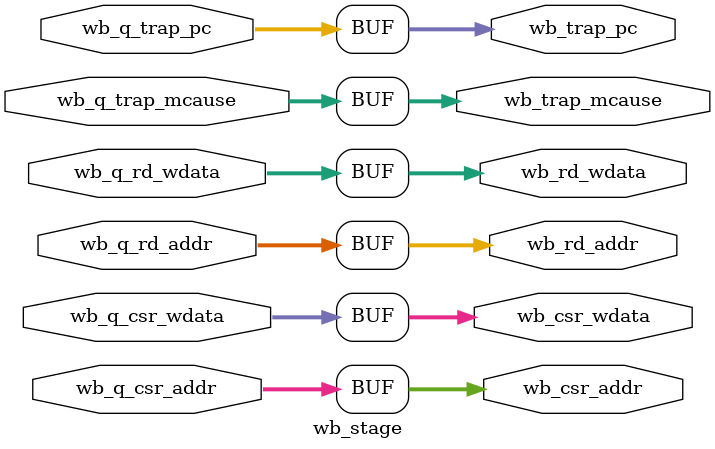
<source format=sv>
module wb_stage(
    input logic [31:0] wb_q_trap_mcause,
    input logic [31:0] wb_q_trap_pc,
    input logic [4:0] wb_q_rd_addr,
    input logic [31:0] wb_q_rd_wdata,
    input logic [11:0] wb_q_csr_addr,
    input logic [31:0] wb_q_csr_wdata,
    output logic [31:0] wb_trap_mcause,
    output logic [31:0] wb_trap_pc,
    output logic [4:0] wb_rd_addr,
    output logic [31:0] wb_rd_wdata,
    output logic [11:0] wb_csr_addr,
    output logic [31:0] wb_csr_wdata
);

    assign wb_trap_mcause = wb_q_trap_mcause;
    assign wb_trap_pc     = wb_q_trap_pc;
    assign wb_rd_addr     = wb_q_rd_addr;
    assign wb_rd_wdata    = wb_q_rd_wdata;
    assign wb_csr_addr    = wb_q_csr_addr;
    assign wb_csr_wdata   = wb_q_csr_wdata;
endmodule

</source>
